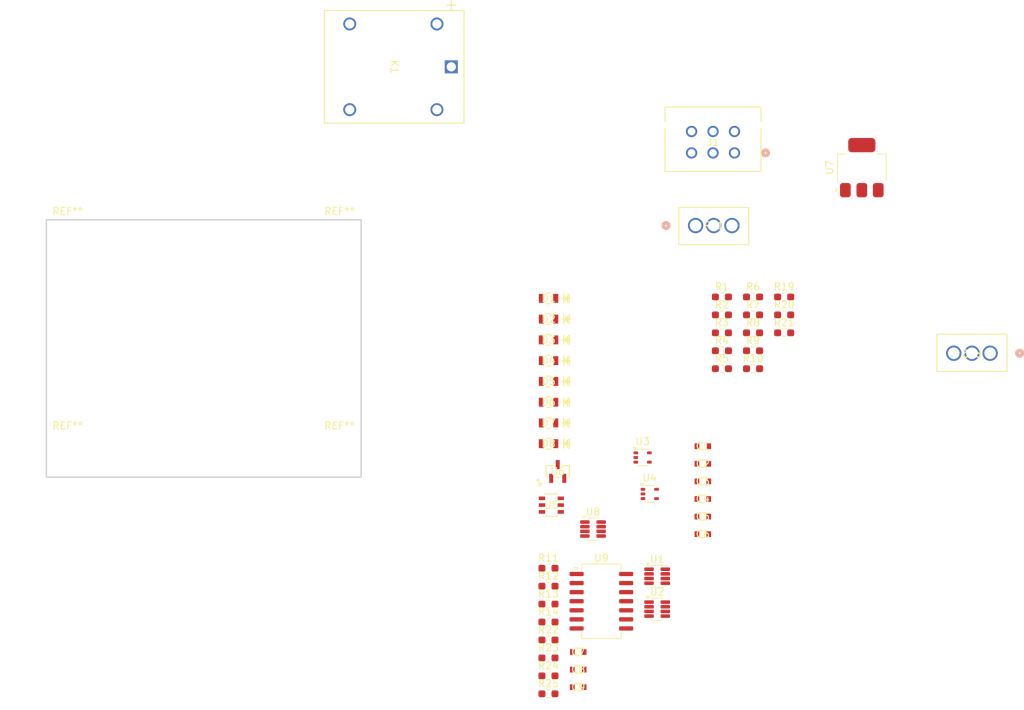
<source format=kicad_pcb>
(kicad_pcb (version 20240108) (generator "pcbnew") (generator_version "8.0")
  (layers (0 "F.Cu" signal) (31 "B.Cu" signal) (34 "B.Paste" user) (35 "F.Paste" user) (36 "B.SilkS" user "B.Silkscreen") (37 "F.SilkS" user "F.Silkscreen") (38 "B.Mask" user) (39 "F.Mask" user) (44 "Edge.Cuts" user))
  (net 0 "")
  (net 1 "+5V")
  (net 2 "GND")
  (net 3 "+12V")
  (net 4 "Net-(D1-A)")
  (net 5 "Net-(D2-A)")
  (net 6 "Net-(D3-A)")
  (net 7 "Net-(D4-A)")
  (net 8 "Net-(D5-A)")
  (net 9 "Net-(D6-A)")
  (net 10 "Net-(D7-A)")
  (net 11 "Net-(D8-A)")
  (net 12 "/Shutdown In")
  (net 13 "/Brake Sense")
  (net 14 "/Current Sense")
  (net 15 "/Shutdown Out")
  (net 16 "Net-(U6-OUT)")
  (net 18 "/Brake Applied")
  (net 19 "Net-(U8-INB-)")
  (net 20 "/Relay Sig")
  (net 21 "Net-(U8-INA-)")
  (net 22 "Net-(U5-DIV)")
  (net 23 "Net-(U5-SET)")
  (net 24 "/Current Applied")
  (net 25 "/Brake Over")
  (net 26 "/Brake Under")
  (net 27 "Net-(U1-INA-)")
  (net 28 "Net-(U1-INB+)")
  (net 29 "/Current Over")
  (net 30 "/Current Under")
  (net 31 "Net-(U2-INB+)")
  (net 32 "Net-(U2-INA-)")
  (net 35 "/FaultDetection/Brake Sense")
  (net 36 "/FaultDetection/Brake Under")
  (net 37 "/FaultDetection/Brake Over")
  (net 38 "/FaultDetection/Current Over")
  (net 39 "/FaultDetection/Current Sense")
  (net 40 "/FaultDetection/Current Under")
  (net 41 "/BSP")
  (net 42 "/Circuit Fault")
  (net 43 "Net-(U4-Y)")
  (net 44 "/FaultDetection/Circuit Fault")
  (net 45 "Net-(U9-1Y)")
  (net 46 "Net-(U9-2Y)")
  (footprint "CMD17_21VGD:LED0805N_CML" (layer "F.Cu") (at 121.2066 81.6059)
    (property "Reference" "D5" (at 0 0 0) (layer "F.SilkS"))
    (property "Value" "LED")
    (pad "1" smd rect (at -1.0033 0) (size 0.7112 1.2446) (layers "F.Cu" "F.Paste" "F.Mask") (net 2 "GND"))
    (pad "2" smd rect (at 1.0033 0) (size 0.7112 1.2446) (layers "F.Cu" "F.Paste" "F.Mask") (net 8 "Net-(D5-A)"))
  )
  (footprint "Package_TO_SOT_SMD:SOT-23-8" (layer "F.Cu") (at 136.3925 113.4584)
    (property "Reference" "U2" (at 0 -2.4 0) (layer "F.SilkS"))
    (property "Value" "~")
    (pad "1" smd roundrect (at -1.1375 -0.975) (size 1.325 0.5) (layers "F.Cu" "F.Paste" "F.Mask") (net 38 "/FaultDetection/Current Over"))
    (pad "2" smd roundrect (at -1.1375 -0.325) (size 1.325 0.5) (layers "F.Cu" "F.Paste" "F.Mask") (net 32 "Net-(U2-INA-)"))
    (pad "3" smd roundrect (at -1.1375 0.325) (size 1.325 0.5) (layers "F.Cu" "F.Paste" "F.Mask") (net 39 "/FaultDetection/Current Sense"))
    (pad "4" smd roundrect (at -1.1375 0.975) (size 1.325 0.5) (layers "F.Cu" "F.Paste" "F.Mask") (net 2 "GND"))
    (pad "5" smd roundrect (at 1.1375 0.975) (size 1.325 0.5) (layers "F.Cu" "F.Paste" "F.Mask") (net 31 "Net-(U2-INB+)"))
    (pad "6" smd roundrect (at 1.1375 0.325) (size 1.325 0.5) (layers "F.Cu" "F.Paste" "F.Mask") (net 39 "/FaultDetection/Current Sense"))
    (pad "7" smd roundrect (at 1.1375 -0.325) (size 1.325 0.5) (layers "F.Cu" "F.Paste" "F.Mask") (net 40 "/FaultDetection/Current Under"))
    (pad "8" smd roundrect (at 1.1375 -0.975) (size 1.325 0.5) (layers "F.Cu" "F.Paste" "F.Mask") (net 1 "+5V"))
  )
  (footprint "CMD17_21VGD:LED0805N_CML" (layer "F.Cu") (at 121.2066 90.3209)
    (property "Reference" "D8" (at 0 0 0) (layer "F.SilkS"))
    (property "Value" "LED")
    (pad "1" smd rect (at -1.0033 0) (size 0.7112 1.2446) (layers "F.Cu" "F.Paste" "F.Mask") (net 2 "GND"))
    (pad "2" smd rect (at 1.0033 0) (size 0.7112 1.2446) (layers "F.Cu" "F.Paste" "F.Mask") (net 11 "Net-(D8-A)"))
  )
  (footprint "PV36W103C01B00:RES3_PV36W103C01B00_BRN" (layer "F.Cu") (at 182.9351 77.6635 180)
    (property "Reference" "RV2" (at 2.54 0 180) (layer "F.SilkS"))
    (property "Value" "1k")
    (pad "1" thru_hole circle (at 0 0 180) (size 2.1336 2.1336) (drill 1.6256) (layers "*.Cu" "*.Mask"))
    (pad "2" thru_hole circle (at 2.54 0 180) (size 2.1336 2.1336) (drill 1.6256) (layers "*.Cu" "*.Mask") (net 1 "+5V"))
    (pad "3" thru_hole circle (at 5.08 0 180) (size 2.1336 2.1336) (drill 1.6256) (layers "*.Cu" "*.Mask") (net 19 "Net-(U8-INB-)"))
  )
  (footprint "Resistor_SMD:R_0603_1608Metric_Pad0.98x0.95mm_HandSolder" (layer "F.Cu") (at 145.4425 74.8084)
    (property "Reference" "R3" (at 0 -1.43 0) (layer "F.SilkS"))
    (property "Value" "300")
    (pad "1" smd roundrect (at -0.9125 0) (size 0.975 0.95) (layers "F.Cu" "F.Paste" "F.Mask") (net 20 "/Relay Sig"))
    (pad "2" smd roundrect (at 0.9125 0) (size 0.975 0.95) (layers "F.Cu" "F.Paste" "F.Mask") (net 5 "Net-(D2-A)"))
  )
  (footprint "Package_SO:SO-14_5.3x10.2mm_P1.27mm" (layer "F.Cu") (at 128.5925 112.3584)
    (property "Reference" "U9" (at 0 -6.05 0) (layer "F.SilkS"))
    (property "Value" "74HC32D_653")
    (pad "1" smd roundrect (at -3.4625 -3.81) (size 1.975 0.6) (layers "F.Cu" "F.Paste" "F.Mask") (net 37 "/FaultDetection/Brake Over"))
    (pad "2" smd roundrect (at -3.4625 -2.54) (size 1.975 0.6) (layers "F.Cu" "F.Paste" "F.Mask") (net 36 "/FaultDetection/Brake Under"))
    (pad "3" smd roundrect (at -3.4625 -1.27) (size 1.975 0.6) (layers "F.Cu" "F.Paste" "F.Mask") (net 45 "Net-(U9-1Y)"))
    (pad "4" smd roundrect (at -3.4625 0) (size 1.975 0.6) (layers "F.Cu" "F.Paste" "F.Mask") (net 38 "/FaultDetection/Current Over"))
    (pad "5" smd roundrect (at -3.4625 1.27) (size 1.975 0.6) (layers "F.Cu" "F.Paste" "F.Mask") (net 40 "/FaultDetection/Current Under"))
    (pad "6" smd roundrect (at -3.4625 2.54) (size 1.975 0.6) (layers "F.Cu" "F.Paste" "F.Mask") (net 46 "Net-(U9-2Y)"))
    (pad "7" smd roundrect (at -3.4625 3.81) (size 1.975 0.6) (layers "F.Cu" "F.Paste" "F.Mask") (net 2 "GND"))
    (pad "8" smd roundrect (at 3.4625 3.81) (size 1.975 0.6) (layers "F.Cu" "F.Paste" "F.Mask") (net 44 "/FaultDetection/Circuit Fault"))
    (pad "9" smd roundrect (at 3.4625 2.54) (size 1.975 0.6) (layers "F.Cu" "F.Paste" "F.Mask") (net 45 "Net-(U9-1Y)"))
    (pad "10" smd roundrect (at 3.4625 1.27) (size 1.975 0.6) (layers "F.Cu" "F.Paste" "F.Mask") (net 46 "Net-(U9-2Y)"))
    (pad "11" smd roundrect (at 3.4625 0) (size 1.975 0.6) (layers "F.Cu" "F.Paste" "F.Mask"))
    (pad "12" smd roundrect (at 3.4625 -1.27) (size 1.975 0.6) (layers "F.Cu" "F.Paste" "F.Mask"))
    (pad "13" smd roundrect (at 3.4625 -2.54) (size 1.975 0.6) (layers "F.Cu" "F.Paste" "F.Mask"))
    (pad "14" smd roundrect (at 3.4625 -3.81) (size 1.975 0.6) (layers "F.Cu" "F.Paste" "F.Mask") (net 1 "+5V"))
  )
  (footprint "DRDC3105:SOT23_DIO" (layer "F.Cu") (at 122.4893 94.2038)
    (property "Reference" "U6" (at 0 0 0) (layer "F.SilkS"))
    (property "Value" "DRDC3105F-7")
    (pad "1" smd rect (at -0.9144 0.9652) (size 0.5588 1.27) (layers "F.Cu" "F.Paste" "F.Mask") (net 20 "/Relay Sig"))
    (pad "2" smd rect (at 0.9144 0.9652) (size 0.5588 1.27) (layers "F.Cu" "F.Paste" "F.Mask") (net 2 "GND"))
    (pad "3" smd rect (at 0 -0.9652) (size 0.5588 1.27) (layers "F.Cu" "F.Paste" "F.Mask") (net 16 "Net-(U6-OUT)"))
  )
  (footprint "CMD17_21VGD:LED0805N_CML" (layer "F.Cu") (at 121.2066 69.9859)
    (property "Reference" "D1" (at 0 0 0) (layer "F.SilkS"))
    (property "Value" "LED")
    (pad "1" smd rect (at -1.0033 0) (size 0.7112 1.2446) (layers "F.Cu" "F.Paste" "F.Mask") (net 2 "GND"))
    (pad "2" smd rect (at 1.0033 0) (size 0.7112 1.2446) (layers "F.Cu" "F.Paste" "F.Mask") (net 4 "Net-(D1-A)"))
  )
  (footprint "CMD17_21VGD:LED0805N_CML" (layer "F.Cu") (at 121.2066 87.4159)
    (property "Reference" "D7" (at 0 0 0) (layer "F.SilkS"))
    (property "Value" "LED")
    (pad "1" smd rect (at -1.0033 0) (size 0.7112 1.2446) (layers "F.Cu" "F.Paste" "F.Mask") (net 2 "GND"))
    (pad "2" smd rect (at 1.0033 0) (size 0.7112 1.2446) (layers "F.Cu" "F.Paste" "F.Mask") (net 10 "Net-(D7-A)"))
  )
  (footprint "CMD17_21VGD:LED0805N_CML" (layer "F.Cu") (at 121.2066 84.5109)
    (property "Reference" "D6" (at 0 0 0) (layer "F.SilkS"))
    (property "Value" "LED")
    (pad "1" smd rect (at -1.0033 0) (size 0.7112 1.2446) (layers "F.Cu" "F.Paste" "F.Mask") (net 2 "GND"))
    (pad "2" smd rect (at 1.0033 0) (size 0.7112 1.2446) (layers "F.Cu" "F.Paste" "F.Mask") (net 9 "Net-(D6-A)"))
  )
  (footprint "Resistor_SMD:R_0603_1608Metric_Pad0.98x0.95mm_HandSolder" (layer "F.Cu") (at 145.4425 69.7884)
    (property "Reference" "R1" (at 0 -1.43 0) (layer "F.SilkS"))
    (property "Value" "300")
    (pad "1" smd roundrect (at -0.9125 0) (size 0.975 0.95) (layers "F.Cu" "F.Paste" "F.Mask") (net 18 "/Brake Applied"))
    (pad "2" smd roundrect (at 0.9125 0) (size 0.975 0.95) (layers "F.Cu" "F.Paste" "F.Mask") (net 6 "Net-(D3-A)"))
  )
  (footprint "Resistor_SMD:R_0603_1608Metric_Pad0.98x0.95mm_HandSolder" (layer "F.Cu") (at 145.4425 77.3184)
    (property "Reference" "R4" (at 0 -1.43 0) (layer "F.SilkS"))
    (property "Value" "R_Small_US")
    (pad "1" smd roundrect (at -0.9125 0) (size 0.975 0.95) (layers "F.Cu" "F.Paste" "F.Mask") (net 21 "Net-(U8-INA-)"))
    (pad "2" smd roundrect (at 0.9125 0) (size 0.975 0.95) (layers "F.Cu" "F.Paste" "F.Mask") (net 2 "GND"))
  )
  (footprint "Resistor_SMD:R_0603_1608Metric_Pad0.98x0.95mm_HandSolder" (layer "F.Cu") (at 145.4425 72.2984)
    (property "Reference" "R2" (at 0 -1.43 0) (layer "F.SilkS"))
    (property "Value" "R_Small_US")
    (pad "1" smd roundrect (at -0.9125 0) (size 0.975 0.95) (layers "F.Cu" "F.Paste" "F.Mask") (net 19 "Net-(U8-INB-)"))
    (pad "2" smd roundrect (at 0.9125 0) (size 0.975 0.95) (layers "F.Cu" "F.Paste" "F.Mask") (net 2 "GND"))
  )
  (footprint "CMD17_21VGD:LED0805N_CML" (layer "F.Cu") (at 121.2066 78.7009)
    (property "Reference" "D4" (at 0 0 0) (layer "F.SilkS"))
    (property "Value" "LED")
    (pad "1" smd rect (at -1.0033 0) (size 0.7112 1.2446) (layers "F.Cu" "F.Paste" "F.Mask") (net 2 "GND"))
    (pad "2" smd rect (at 1.0033 0) (size 0.7112 1.2446) (layers "F.Cu" "F.Paste" "F.Mask") (net 7 "Net-(D4-A)"))
  )
  (footprint "Resistor_SMD:R_0603_1608Metric_Pad0.98x0.95mm_HandSolder" (layer "F.Cu") (at 121.1925 122.7984)
    (property "Reference" "R24" (at 0 -1.43 0) (layer "F.SilkS"))
    (property "Value" "R_Small_US")
    (pad "1" smd roundrect (at -0.9125 0) (size 0.975 0.95) (layers "F.Cu" "F.Paste" "F.Mask") (net 1 "+5V"))
    (pad "2" smd roundrect (at 0.9125 0) (size 0.975 0.95) (layers "F.Cu" "F.Paste" "F.Mask") (net 32 "Net-(U2-INA-)"))
  )
  (footprint "Resistor_SMD:R_0603_1608Metric_Pad0.98x0.95mm_HandSolder" (layer "F.Cu") (at 121.1925 110.2484)
    (property "Reference" "R12" (at 0 -1.43 0) (layer "F.SilkS"))
    (property "Value" "R_Small_US")
    (pad "1" smd roundrect (at -0.9125 0) (size 0.975 0.95) (layers "F.Cu" "F.Paste" "F.Mask") (net 27 "Net-(U1-INA-)"))
    (pad "2" smd roundrect (at 0.9125 0) (size 0.975 0.95) (layers "F.Cu" "F.Paste" "F.Mask") (net 2 "GND"))
  )
  (footprint "Package_TO_SOT_SMD:SOT-353_SC-70-5" (layer "F.Cu") (at 135.35 97.35)
    (property "Reference" "U4" (at 0 -2.25 0) (layer "F.SilkS"))
    (property "Value" "74HC1G02GW_125")
    (pad "1" smd roundrect (at -0.95 -0.65) (size 0.65 0.4) (layers "F.Cu" "F.Paste" "F.Mask") (net 42 "/Circuit Fault"))
    (pad "2" smd roundrect (at -0.95 0) (size 0.65 0.4) (layers "F.Cu" "F.Paste" "F.Mask") (net 41 "/BSP"))
    (pad "3" smd roundrect (at -0.95 0.65) (size 0.65 0.4) (layers "F.Cu" "F.Paste" "F.Mask") (net 2 "GND"))
    (pad "4" smd roundrect (at 0.95 0.65) (size 0.65 0.4) (layers "F.Cu" "F.Paste" "F.Mask") (net 43 "Net-(U4-Y)"))
    (pad "5" smd roundrect (at 0.95 -0.65) (size 0.65 0.4) (layers "F.Cu" "F.Paste" "F.Mask") (net 1 "+5V"))
  )
  (footprint "Resistor_SMD:R_0603_1608Metric_Pad0.98x0.95mm_HandSolder" (layer "F.Cu") (at 121.1925 120.2884)
    (property "Reference" "R23" (at 0 -1.43 0) (layer "F.SilkS"))
    (property "Value" "R_Small_US")
    (pad "1" smd roundrect (at -0.9125 0) (size 0.975 0.95) (layers "F.Cu" "F.Paste" "F.Mask") (net 31 "Net-(U2-INB+)"))
    (pad "2" smd roundrect (at 0.9125 0) (size 0.975 0.95) (layers "F.Cu" "F.Paste" "F.Mask") (net 2 "GND"))
  )
  (footprint "Resistor_SMD:R_0603_1608Metric_Pad0.98x0.95mm_HandSolder" (layer "F.Cu") (at 154.1425 69.7884)
    (property "Reference" "R19" (at 0 -1.43 0) (layer "F.SilkS"))
    (property "Value" "300")
    (pad "1" smd roundrect (at -0.9125 0) (size 0.975 0.95) (layers "F.Cu" "F.Paste" "F.Mask") (net 29 "/Current Over"))
    (pad "2" smd roundrect (at 0.9125 0) (size 0.975 0.95) (layers "F.Cu" "F.Paste" "F.Mask") (net 10 "Net-(D7-A)"))
  )
  (footprint "CL10A104K:CAP_CL10_SAM" (layer "F.Cu") (at 125.3533 124.3844)
    (property "Reference" "C9" (at 0 0 0) (layer "F.SilkS"))
    (property "Value" "0.1u")
    (pad "1" smd rect (at -0.8278 0) (size 0.6556 0.8) (layers "F.Cu" "F.Paste" "F.Mask") (net 1 "+5V"))
    (pad "2" smd rect (at 0.8278 0) (size 0.6556 0.8) (layers "F.Cu" "F.Paste" "F.Mask") (net 2 "GND"))
  )
  (footprint "CL10A104K:CAP_CL10_SAM" (layer "F.Cu") (at 142.7733 95.5944)
    (property "Reference" "C3" (at 0 0 0) (layer "F.SilkS"))
    (property "Value" "10u")
    (pad "1" smd rect (at -0.8278 0) (size 0.6556 0.8) (layers "F.Cu" "F.Paste" "F.Mask") (net 1 "+5V"))
    (pad "2" smd rect (at 0.8278 0) (size 0.6556 0.8) (layers "F.Cu" "F.Paste" "F.Mask") (net 2 "GND"))
  )
  (footprint "Package_TO_SOT_SMD:SOT-223-3_TabPin2" (layer "F.Cu") (at 165 51.7 90)
    (property "Reference" "U7" (at 0 -4.5 90) (layer "F.SilkS"))
    (property "Value" "LD1117S50TR_SOT223")
    (pad "1" smd roundrect (at -3.15 -2.3 90) (size 2 1.5) (layers "F.Cu" "F.Paste" "F.Mask") (net 2 "GND"))
    (pad "2" smd roundrect (at -3.15 0 90) (size 2 1.5) (layers "F.Cu" "F.Paste" "F.Mask") (net 1 "+5V"))
    (pad "2" smd roundrect (at 3.15 0 90) (size 2 3.8) (layers "F.Cu" "F.Paste" "F.Mask") (net 1 "+5V"))
    (pad "3" smd roundrect (at -3.15 2.3 90) (size 2 1.5) (layers "F.Cu" "F.Paste" "F.Mask") (net 3 "+12V"))
  )
  (footprint "CL10A104K:CAP_CL10_SAM" (layer "F.Cu") (at 142.7733 98.0548)
    (property "Reference" "C4" (at 0 0 0) (layer "F.SilkS"))
    (property "Value" "0.1u")
    (pad "1" smd rect (at -0.8278 0) (size 0.6556 0.8) (layers "F.Cu" "F.Paste" "F.Mask") (net 1 "+5V"))
    (pad "2" smd rect (at 0.8278 0) (size 0.6556 0.8) (layers "F.Cu" "F.Paste" "F.Mask") (net 2 "GND"))
  )
  (footprint "LTC6994:TSOT-23_S6_LIT" (layer "F.Cu") (at 121.6003 98.9114)
    (property "Reference" "U5" (at 0 0 0) (layer "F.SilkS"))
    (property "Value" "LTC6994CS6-1-TRMPBF")
    (fp_text user "*" (at -1.56845 -2.601 0) (layer "F.SilkS"))
    (fp_text user "*" (at -1.56845 -2.601 0) (layer "F.SilkS"))
    (pad "1" smd rect (at -1.31445 -0.950001) (size 0.8763 0.508) (layers "F.Cu" "F.Paste" "F.Mask") (net 43 "Net-(U4-Y)"))
    (pad "2" smd rect (at -1.31445 0) (size 0.8763 0.508) (layers "F.Cu" "F.Paste" "F.Mask") (net 2 "GND"))
    (pad "3" smd rect (at -1.31445 0.950001) (size 0.8763 0.508) (layers "F.Cu" "F.Paste" "F.Mask") (net 23 "Net-(U5-SET)"))
    (pad "4" smd rect (at 1.31445 0.950001) (size 0.8763 0.508) (layers "F.Cu" "F.Paste" "F.Mask") (net 22 "Net-(U5-DIV)"))
    (pad "5" smd rect (at 1.31445 0) (size 0.8763 0.508) (layers "F.Cu" "F.Paste" "F.Mask") (net 1 "+5V"))
    (pad "6" smd rect (at 1.31445 -0.950001) (size 0.8763 0.508) (layers "F.Cu" "F.Paste" "F.Mask") (net 20 "/Relay Sig"))
  )
  (footprint "Resistor_SMD:R_0603_1608Metric_Pad0.98x0.95mm_HandSolder" (layer "F.Cu") (at 149.7925 72.2984)
    (property "Reference" "R7" (at 0 -1.43 0) (layer "F.SilkS"))
    (property "Value" "604k")
    (pad "1" smd roundrect (at -0.9125 0) (size 0.975 0.95) (layers "F.Cu" "F.Paste" "F.Mask") (net 23 "Net-(U5-SET)"))
    (pad "2" smd roundrect (at 0.9125 0) (size 0.975 0.95) (layers "F.Cu" "F.Paste" "F.Mask") (net 2 "GND"))
  )
  (footprint "Resistor_SMD:R_0603_1608Metric_Pad0.98x0.95mm_HandSolder" (layer "F.Cu") (at 149.7925 74.8084)
    (property "Reference" "R8" (at 0 -1.43 0) (layer "F.SilkS"))
    (property "Value" "300")
    (pad "1" smd roundrect (at -0.9125 0) (size 0.975 0.95) (layers "F.Cu" "F.Paste" "F.Mask") (net 24 "/Current Applied"))
    (pad "2" smd roundrect (at 0.9125 0) (size 0.975 0.95) (layers "F.Cu" "F.Paste" "F.Mask") (net 7 "Net-(D4-A)"))
  )
  (footprint "Resistor_SMD:R_0603_1608Metric_Pad0.98x0.95mm_HandSolder" (layer "F.Cu") (at 121.1925 107.7384)
    (property "Reference" "R11" (at 0 -1.43 0) (layer "F.SilkS"))
    (property "Value" "R_Small_US")
    (pad "1" smd roundrect (at -0.9125 0) (size 0.975 0.95) (layers "F.Cu" "F.Paste" "F.Mask") (net 1 "+5V"))
    (pad "2" smd roundrect (at 0.9125 0) (size 0.975 0.95) (layers "F.Cu" "F.Paste" "F.Mask") (net 27 "Net-(U1-INA-)"))
  )
  (footprint "Resistor_SMD:R_0603_1608Metric_Pad0.98x0.95mm_HandSolder" (layer "F.Cu") (at 121.1925 115.2684)
    (property "Reference" "R14" (at 0 -1.43 0) (layer "F.SilkS"))
    (property "Value" "R_Small_US")
    (pad "1" smd roundrect (at -0.9125 0) (size 0.975 0.95) (layers "F.Cu" "F.Paste" "F.Mask") (net 28 "Net-(U1-INB+)"))
    (pad "2" smd roundrect (at 0.9125 0) (size 0.975 0.95) (layers "F.Cu" "F.Paste" "F.Mask") (net 2 "GND"))
  )
  (footprint "CL10A104K:CAP_CL10_SAM" (layer "F.Cu") (at 142.7733 100.5152)
    (property "Reference" "C5" (at 0 0 0) (layer "F.SilkS"))
    (property "Value" "0.1u")
    (pad "1" smd rect (at -0.8278 0) (size 0.6556 0.8) (layers "F.Cu" "F.Paste" "F.Mask") (net 1 "+5V"))
    (pad "2" smd rect (at 0.8278 0) (size 0.6556 0.8) (layers "F.Cu" "F.Paste" "F.Mask") (net 2 "GND"))
  )
  (footprint "CMD17_21VGD:LED0805N_CML" (layer "F.Cu") (at 121.2066 75.7959)
    (property "Reference" "D3" (at 0 0 0) (layer "F.SilkS"))
    (property "Value" "LED")
    (pad "1" smd rect (at -1.0033 0) (size 0.7112 1.2446) (layers "F.Cu" "F.Paste" "F.Mask") (net 2 "GND"))
    (pad "2" smd rect (at 1.0033 0) (size 0.7112 1.2446) (layers "F.Cu" "F.Paste" "F.Mask") (net 6 "Net-(D3-A)"))
  )
  (footprint "CL10A104K:CAP_CL10_SAM" (layer "F.Cu") (at 125.3533 119.4636)
    (property "Reference" "C7" (at 0 0 0) (layer "F.SilkS"))
    (property "Value" "0.1u")
    (pad "1" smd rect (at -0.8278 0) (size 0.6556 0.8) (layers "F.Cu" "F.Paste" "F.Mask") (net 1 "+5V"))
    (pad "2" smd rect (at 0.8278 0) (size 0.6556 0.8) (layers "F.Cu" "F.Paste" "F.Mask") (net 2 "GND"))
  )
  (footprint "CL10A104K:CAP_CL10_SAM" (layer "F.Cu") (at 125.3533 121.924)
    (property "Reference" "C8" (at 0 0 0) (layer "F.SilkS"))
    (property "Value" "0.1u")
    (pad "1" smd rect (at -0.8278 0) (size 0.6556 0.8) (layers "F.Cu" "F.Paste" "F.Mask") (net 1 "+5V"))
    (pad "2" smd rect (at 0.8278 0) (size 0.6556 0.8) (layers "F.Cu" "F.Paste" "F.Mask") (net 2 "GND"))
  )
  (footprint "Resistor_SMD:R_0603_1608Metric_Pad0.98x0.95mm_HandSolder" (layer "F.Cu") (at 149.7925 77.3184)
    (property "Reference" "R9" (at 0 -1.43 0) (layer "F.SilkS"))
    (property "Value" "300")
    (pad "1" smd roundrect (at -0.9125 0) (size 0.975 0.95) (layers "F.Cu" "F.Paste" "F.Mask") (net 25 "/Brake Over"))
    (pad "2" smd roundrect (at 0.9125 0) (size 0.975 0.95) (layers "F.Cu" "F.Paste" "F.Mask") (net 8 "Net-(D5-A)"))
  )
  (footprint "Resistor_SMD:R_0603_1608Metric_Pad0.98x0.95mm_HandSolder" (layer "F.Cu") (at 149.7925 69.7884)
    (property "Reference" "R6" (at 0 -1.43 0) (layer "F.SilkS"))
    (property "Value" "1M")
    (pad "1" smd roundrect (at -0.9125 0) (size 0.975 0.95) (layers "F.Cu" "F.Paste" "F.Mask") (net 22 "Net-(U5-DIV)"))
    (pad "2" smd roundrect (at 0.9125 0) (size 0.975 0.95) (layers "F.Cu" "F.Paste" "F.Mask") (net 2 "GND"))
  )
  (footprint "AZ943_1CH_12DE:AZ943-1CH_AMZ" (layer "F.Cu") (at 107.6066 37.5944 -90)
    (property "Reference" "K1" (at 0 7.9756 -90) (layer "F.SilkS"))
    (property "Value" "AZ943-1CH-12DE")
    (pad "1" thru_hole rect (at 0 0 270) (size 1.8034 1.8034) (drill 1.2954) (layers "*.Cu" "*.Mask") (net 12 "/Shutdown In"))
    (pad "2" thru_hole circle (at -5.9944 2.0066 270) (size 1.8034 1.8034) (drill 1.2954) (layers "*.Cu" "*.Mask") (net 16 "Net-(U6-OUT)"))
    (pad "3" thru_hole circle (at -5.9944 14.1986 270) (size 1.8034 1.8034) (drill 1.2954) (layers "*.Cu" "*.Mask") (net 15 "/Shutdown Out"))
    (pad "4" thru_hole circle (at 5.9944 14.1986 270) (size 1.8034 1.8034) (drill 1.2954) (layers "*.Cu" "*.Mask"))
    (pad "5" thru_hole circle (at 5.9944 2.0066 270) (size 1.8034 1.8034) (drill 1.2954) (layers "*.Cu" "*.Mask") (net 3 "+12V"))
  )
  (footprint "PV36W103C01B00:RES3_PV36W103C01B00_BRN" (layer "F.Cu") (at 141.76 59.8)
    (property "Reference" "RV1" (at 2.54 0 0) (layer "F.SilkS"))
    (property "Value" "1k")
    (pad "1" thru_hole circle (at 0 0) (size 2.1336 2.1336) (drill 1.6256) (layers "*.Cu" "*.Mask"))
    (pad "2" thru_hole circle (at 2.54 0) (size 2.1336 2.1336) (drill 1.6256) (layers "*.Cu" "*.Mask") (net 1 "+5V"))
    (pad "3" thru_hole circle (at 5.08 0) (size 2.1336 2.1336) (drill 1.6256) (layers "*.Cu" "*.Mask") (net 21 "Net-(U8-INA-)"))
  )
  (footprint "MountingHole:MountingHole_3.2mm_M3" (layer "F.Cu") (at 54 92)
    (property "Reference" "REF**" (at 0 -4.2 0) (layer "F.SilkS"))
    (property "Value" "MountingHole_3.2mm_M3")
    (pad "" np_thru_hole circle (at 0 0) (size 3.2 3.2) (drill 3.2) (layers "*.Cu" "*.Mask"))
  )
  (footprint "Resistor_SMD:R_0603_1608Metric_Pad0.98x0.95mm_HandSolder" (layer "F.Cu") (at 121.1925 125.3084)
    (property "Reference" "R25" (at 0 -1.43 0) (layer "F.SilkS"))
    (property "Value" "R_Small_US")
    (pad "1" smd roundrect (at -0.9125 0) (size 0.975 0.95) (layers "F.Cu" "F.Paste" "F.Mask") (net 32 "Net-(U2-INA-)"))
    (pad "2" smd roundrect (at 0.9125 0) (size 0.975 0.95) (layers "F.Cu" "F.Paste" "F.Mask") (net 2 "GND"))
  )
  (footprint "CL10A104K:CAP_CL10_SAM" (layer "F.Cu") (at 142.7733 90.6736)
    (property "Reference" "C1" (at 0 0 0) (layer "F.SilkS"))
    (property "Value" "0.1u")
    (pad "1" smd rect (at -0.8278 0) (size 0.6556 0.8) (layers "F.Cu" "F.Paste" "F.Mask") (net 1 "+5V"))
    (pad "2" smd rect (at 0.8278 0) (size 0.6556 0.8) (layers "F.Cu" "F.Paste" "F.Mask") (net 2 "GND"))
  )
  (footprint "MountingHole:MountingHole_3.2mm_M3" (layer "F.Cu") (at 54 62)
    (property "Reference" "REF**" (at 0 -4.2 0) (layer "F.SilkS"))
    (property "Value" "MountingHole_3.2mm_M3")
    (pad "" np_thru_hole circle (at 0 0) (size 3.2 3.2) (drill 3.2) (layers "*.Cu" "*.Mask"))
  )
  (footprint "Resistor_SMD:R_0603_1608Metric_Pad0.98x0.95mm_HandSolder" (layer "F.Cu") (at 121.1925 117.7784)
    (property "Reference" "R22" (at 0 -1.43 0) (layer "F.SilkS"))
    (property "Value" "R_Small_US")
    (pad "1" smd roundrect (at -0.9125 0) (size 0.975 0.95) (layers "F.Cu" "F.Paste" "F.Mask") (net 1 "+5V"))
    (pad "2" smd roundrect (at 0.9125 0) (size 0.975 0.95) (layers "F.Cu" "F.Paste" "F.Mask") (net 31 "Net-(U2-INB+)"))
  )
  (footprint "CL10A104K:CAP_CL10_SAM" (layer "F.Cu") (at 142.7733 102.9756)
    (property "Reference" "C6" (at 0 0 0) (layer "F.SilkS"))
    (property "Value" "0.1u")
    (pad "1" smd rect (at -0.8278 0) (size 0.6556 0.8) (layers "F.Cu" "F.Paste" "F.Mask") (net 1 "+5V"))
    (pad "2" smd rect (at 0.8278 0) (size 0.6556 0.8) (layers "F.Cu" "F.Paste" "F.Mask") (net 2 "GND"))
  )
  (footprint "Resistor_SMD:R_0603_1608Metric_Pad0.98x0.95mm_HandSolder" (layer "F.Cu") (at 154.1425 72.2984)
    (property "Reference" "R20" (at 0 -1.43 0) (layer "F.SilkS"))
    (property "Value" "300")
    (pad "1" smd roundrect (at -0.9125 0) (size 0.975 0.95) (layers "F.Cu" "F.Paste" "F.Mask") (net 30 "/Current Under"))
    (pad "2" smd roundrect (at 0.9125 0) (size 0.975 0.95) (layers "F.Cu" "F.Paste" "F.Mask") (net 11 "Net-(D8-A)"))
  )
  (footprint "Package_TO_SOT_SMD:SOT-353_SC-70-5" (layer "F.Cu") (at 134.35 92.25)
    (property "Reference" "U3" (at 0 -2.25 0) (layer "F.SilkS"))
    (property "Value" "74HC1G08GW_125")
    (pad "1" smd roundrect (at -0.95 -0.65) (size 0.65 0.4) (layers "F.Cu" "F.Paste" "F.Mask") (net 18 "/Brake Applied"))
    (pad "2" smd roundrect (at -0.95 0) (size 0.65 0.4) (layers "F.Cu" "F.Paste" "F.Mask") (net 24 "/Current Applied"))
    (pad "3" smd roundrect (at -0.95 0.65) (size 0.65 0.4) (layers "F.Cu" "F.Paste" "F.Mask") (net 2 "GND"))
    (pad "4" smd roundrect (at 0.95 0.65) (size 0.65 0.4) (layers "F.Cu" "F.Paste" "F.Mask") (net 41 "/BSP"))
    (pad "5" smd roundrect (at 0.95 -0.65) (size 0.65 0.4) (layers "F.Cu" "F.Paste" "F.Mask") (net 1 "+5V"))
  )
  (footprint "Resistor_SMD:R_0603_1608Metric_Pad0.98x0.95mm_HandSolder" (layer "F.Cu") (at 145.4425 79.8284)
    (property "Reference" "R5" (at 0 -1.43 0) (layer "F.SilkS"))
    (property "Value" "523k")
    (pad "1" smd roundrect (at -0.9125 0) (size 0.975 0.95) (layers "F.Cu" "F.Paste" "F.Mask") (net 1 "+5V"))
    (pad "2" smd roundrect (at 0.9125 0) (size 0.975 0.95) (layers "F.Cu" "F.Paste" "F.Mask") (net 22 "Net-(U5-DIV)"))
  )
  (footprint "Resistor_SMD:R_0603_1608Metric_Pad0.98x0.95mm_HandSolder" (layer "F.Cu") (at 121.1925 112.7584)
    (property "Reference" "R13" (at 0 -1.43 0) (layer "F.SilkS"))
    (property "Value" "R_Small_US")
    (pad "1" smd roundrect (at -0.9125 0) (size 0.975 0.95) (layers "F.Cu" "F.Paste" "F.Mask") (net 1 "+5V"))
    (pad "2" smd roundrect (at 0.9125 0) (size 0.975 0.95) (layers "F.Cu" "F.Paste" "F.Mask") (net 28 "Net-(U1-INB+)"))
  )
  (footprint "Molex_430450613:CONN_SD-43045-005_06_MOL" (layer "F.Cu") (at 147.200001 49.64)
    (property "Reference" "J1" (at -2.999999 -1.5 0) (layer "F.SilkS"))
    (property "Value" "430450613")
    (pad "" np_thru_hole circle (at -8.999997 -3.94) (size 1.0668 1.0668) (drill 1.0668) (layers "*.Cu" "*.Mask"))
    (pad "" np_thru_hole circle (at 2.999999 -3.94) (size 1.0668 1.0668) (drill 1.0668) (layers "*.Cu" "*.Mask"))
    (pad "1" thru_hole circle (at 0 0) (size 1.5748 1.5748) (drill 1.0668) (layers "*.Cu" "*.Mask") (net 3 "+12V"))
    (pad "2" thru_hole circle (at -2.999999 0) (size 1.5748 1.5748) (drill 1.0668) (layers "*.Cu" "*.Mask") (net 13 "/Brake Sense"))
    (pad "3" thru_hole circle (at -5.999998 0) (size 1.5748 1.5748) (drill 1.0668) (layers "*.Cu" "*.Mask") (net 14 "/Current Sense"))
    (pad "4" thru_hole circle (at 0 -2.999999) (size 1.5748 1.5748) (drill 1.0668) (layers "*.Cu" "*.Mask") (net 2 "GND"))
    (pad "5" thru_hole circle (at -2.999999 -2.999999) (size 1.5748 1.5748) (drill 1.0668) (layers "*.Cu" "*.Mask") (net 15 "/Shutdown Out"))
    (pad "6" thru_hole circle (at -5.999998 -2.999999) (size 1.5748 1.5748) (drill 1.0668) (layers "*.Cu" "*.Mask") (net 12 "/Shutdown In"))
  )
  (footprint "MountingHole:MountingHole_3.2mm_M3" (layer "F.Cu") (at 92 92)
    (property "Reference" "REF**" (at 0 -4.2 0) (layer "F.SilkS"))
    (property "Value" "MountingHole_3.2mm_M3")
    (pad "" np_thru_hole circle (at 0 0) (size 3.2 3.2) (drill 3.2) (layers "*.Cu" "*.Mask"))
  )
  (footprint "Package_TO_SOT_SMD:SOT-23-8" (layer "F.Cu") (at 136.3925 108.8584)
    (property "Reference" "U1" (at 0 -2.4 0) (layer "F.SilkS"))
    (property "Value" "~")
    (pad "1" smd roundrect (at -1.1375 -0.975) (size 1.325 0.5) (layers "F.Cu" "F.Paste" "F.Mask") (net 37 "/FaultDetection/Brake Over"))
    (pad "2" smd roundrect (at -1.1375 -0.325) (size 1.325 0.5) (layers "F.Cu" "F.Paste" "F.Mask") (net 27 "Net-(U1-INA-)"))
    (pad "3" smd roundrect (at -1.1375 0.325) (size 1.325 0.5) (layers "F.Cu" "F.Paste" "F.Mask") (net 35 "/FaultDetection/Brake Sense"))
    (pad "4" smd roundrect (at -1.1375 0.975) (size 1.325 0.5) (layers "F.Cu" "F.Paste" "F.Mask") (net 2 "GND"))
    (pad "5" smd roundrect (at 1.1375 0.975) (size 1.325 0.5) (layers "F.Cu" "F.Paste" "F.Mask") (net 28 "Net-(U1-INB+)"))
    (pad "6" smd roundrect (at 1.1375 0.325) (size 1.325 0.5) (layers "F.Cu" "F.Paste" "F.Mask") (net 35 "/FaultDetection/Brake Sense"))
    (pad "7" smd roundrect (at 1.1375 -0.325) (size 1.325 0.5) (layers "F.Cu" "F.Paste" "F.Mask") (net 36 "/FaultDetection/Brake Under"))
    (pad "8" smd roundrect (at 1.1375 -0.975) (size 1.325 0.5) (layers "F.Cu" "F.Paste" "F.Mask") (net 1 "+5V"))
  )
  (footprint "Resistor_SMD:R_0603_1608Metric_Pad0.98x0.95mm_HandSolder" (layer "F.Cu") (at 154.1425 74.8084)
    (property "Reference" "R21" (at 0 -1.43 0) (layer "F.SilkS"))
    (property "Value" "300")
    (pad "1" smd roundrect (at -0.9125 0) (size 0.975 0.95) (layers "F.Cu" "F.Paste" "F.Mask") (net 1 "+5V"))
    (pad "2" smd roundrect (at 0.9125 0) (size 0.975 0.95) (layers "F.Cu" "F.Paste" "F.Mask") (net 4 "Net-(D1-A)"))
  )
  (footprint "MountingHole:MountingHole_3.2mm_M3" (layer "F.Cu") (at 92 62)
    (property "Reference" "REF**" (at 0 -4.2 0) (layer "F.SilkS"))
    (property "Value" "MountingHole_3.2mm_M3")
    (pad "" np_thru_hole circle (at 0 0) (size 3.2 3.2) (drill 3.2) (layers "*.Cu" "*.Mask"))
  )
  (footprint "CMD17_21VGD:LED0805N_CML" (layer "F.Cu") (at 121.2066 72.8909)
    (property "Reference" "D2" (at 0 0 0) (layer "F.SilkS"))
    (property "Value" "LED")
    (pad "1" smd rect (at -1.0033 0) (size 0.7112 1.2446) (layers "F.Cu" "F.Paste" "F.Mask") (net 2 "GND"))
    (pad "2" smd rect (at 1.0033 0) (size 0.7112 1.2446) (layers "F.Cu" "F.Paste" "F.Mask") (net 5 "Net-(D2-A)"))
  )
  (footprint "CL10A104K:CAP_CL10_SAM" (layer "F.Cu") (at 142.7733 93.134)
    (property "Reference" "C2" (at 0 0 0) (layer "F.SilkS"))
    (property "Value" "100n")
    (pad "1" smd rect (at -0.8278 0) (size 0.6556 0.8) (layers "F.Cu" "F.Paste" "F.Mask") (net 3 "+12V"))
    (pad "2" smd rect (at 0.8278 0) (size 0.6556 0.8) (layers "F.Cu" "F.Paste" "F.Mask") (net 2 "GND"))
  )
  (footprint "Package_TO_SOT_SMD:SOT-23-8" (layer "F.Cu") (at 127.4225 102.2584)
    (property "Reference" "U8" (at 0 -2.4 0) (layer "F.SilkS"))
    (property "Value" "~")
    (pad "1" smd roundrect (at -1.1375 -0.975) (size 1.325 0.5) (layers "F.Cu" "F.Paste" "F.Mask") (net 18 "/Brake Applied"))
    (pad "2" smd roundrect (at -1.1375 -0.325) (size 1.325 0.5) (layers "F.Cu" "F.Paste" "F.Mask") (net 21 "Net-(U8-INA-)"))
    (pad "3" smd roundrect (at -1.1375 0.325) (size 1.325 0.5) (layers "F.Cu" "F.Paste" "F.Mask") (net 13 "/Brake Sense"))
    (pad "4" smd roundrect (at -1.1375 0.975) (size 1.325 0.5) (layers "F.Cu" "F.Paste" "F.Mask") (net 2 "GND"))
    (pad "5" smd roundrect (at 1.1375 0.975) (size 1.325 0.5) (layers "F.Cu" "F.Paste" "F.Mask") (net 14 "/Current Sense"))
    (pad "6" smd roundrect (at 1.1375 0.325) (size 1.325 0.5) (layers "F.Cu" "F.Paste" "F.Mask") (net 19 "Net-(U8-INB-)"))
    (pad "7" smd roundrect (at 1.1375 -0.325) (size 1.325 0.5) (layers "F.Cu" "F.Paste" "F.Mask") (net 24 "/Current Applied"))
    (pad "8" smd roundrect (at 1.1375 -0.975) (size 1.325 0.5) (layers "F.Cu" "F.Paste" "F.Mask") (net 1 "+5V"))
  )
  (footprint "Resistor_SMD:R_0603_1608Metric_Pad0.98x0.95mm_HandSolder" (layer "F.Cu") (at 149.7925 79.8284)
    (property "Reference" "R10" (at 0 -1.43 0) (layer "F.SilkS"))
    (property "Value" "300")
    (pad "1" smd roundrect (at -0.9125 0) (size 0.975 0.95) (layers "F.Cu" "F.Paste" "F.Mask") (net 26 "/Brake Under"))
    (pad "2" smd roundrect (at 0.9125 0) (size 0.975 0.95) (layers "F.Cu" "F.Paste" "F.Mask") (net 9 "Net-(D6-A)"))
  )
  (gr_rect (start 51 59) (end 95 95) (stroke (width 0.2)) (fill none) (layer "Edge.Cuts"))
)
</source>
